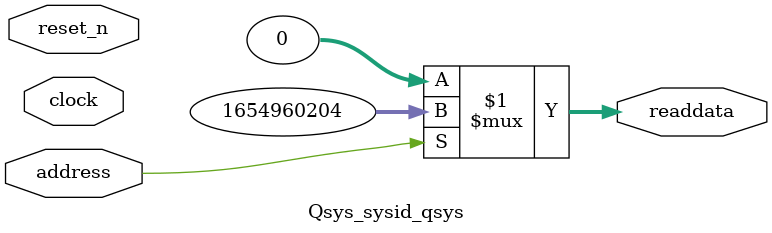
<source format=v>



// synthesis translate_off
`timescale 1ns / 1ps
// synthesis translate_on

// turn off superfluous verilog processor warnings 
// altera message_level Level1 
// altera message_off 10034 10035 10036 10037 10230 10240 10030 

module Qsys_sysid_qsys (
               // inputs:
                address,
                clock,
                reset_n,

               // outputs:
                readdata
             )
;

  output  [ 31: 0] readdata;
  input            address;
  input            clock;
  input            reset_n;

  wire    [ 31: 0] readdata;
  //control_slave, which is an e_avalon_slave
  assign readdata = address ? 1654960204 : 0;

endmodule



</source>
